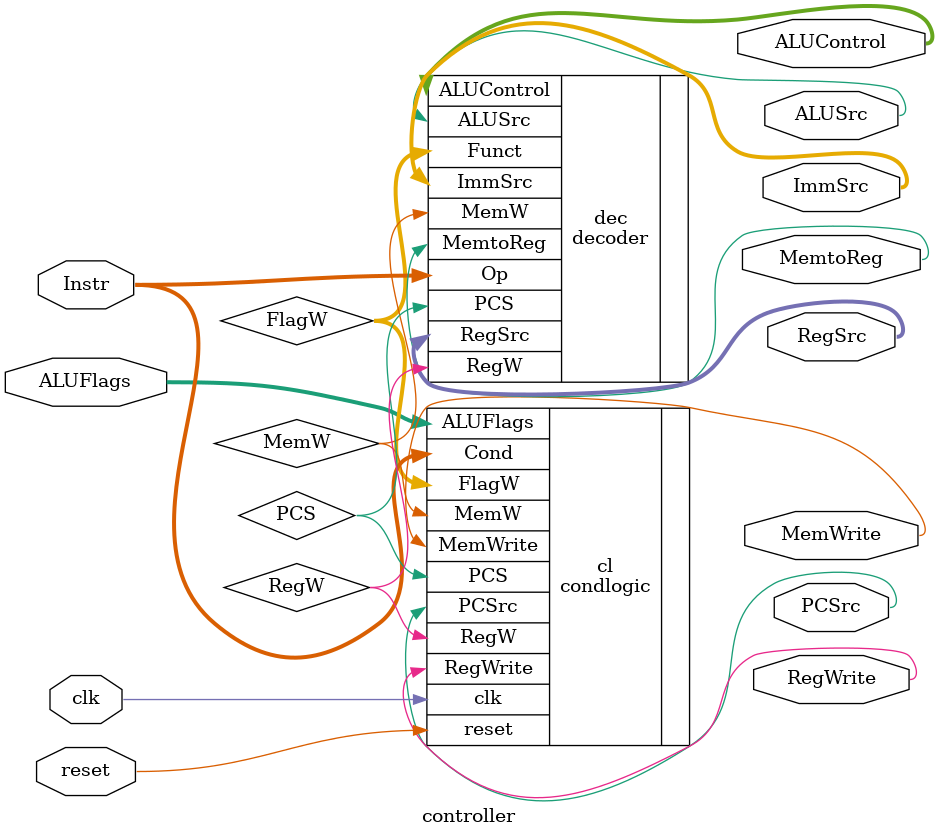
<source format=sv>
module controller (
  input logic clk, reset,
  input logic [31:12] Instr,
  input logic [3:0] ALUFlags,
  output logic [1:0] RegSrc,
  output logic RegWrite,
  output logic [1:0] ImmSrc,
  output logic ALUSrc,
  output logic [1:0] ALUControl,
  output logic MemWrite, MemtoReg,
  output logic PCSrc
);

  logic [1:0] FlagW;
  logic PCS, RegW, MemW;

  // Decoder instantiation
  decoder dec (
    .Op(Instr),
    .Funct(FlagW),
    .PCS(PCS),
    .RegW(RegW),
    .MemW(MemW),
    .MemtoReg(MemtoReg),
    .ALUSrc(ALUSrc),
    .ImmSrc(ImmSrc),
    .RegSrc(RegSrc),
    .ALUControl(ALUControl)
  );

  // Conditional logic instantiation
  condlogic cl (
    .clk(clk),
    .reset(reset),
    .Cond(Instr),
    .ALUFlags(ALUFlags),
    .FlagW(FlagW),
    .PCS(PCS),
    .RegW(RegW),
    .MemW(MemW),
    .PCSrc(PCSrc),
    .RegWrite(RegWrite),
    .MemWrite(MemWrite)
  );

endmodule

</source>
